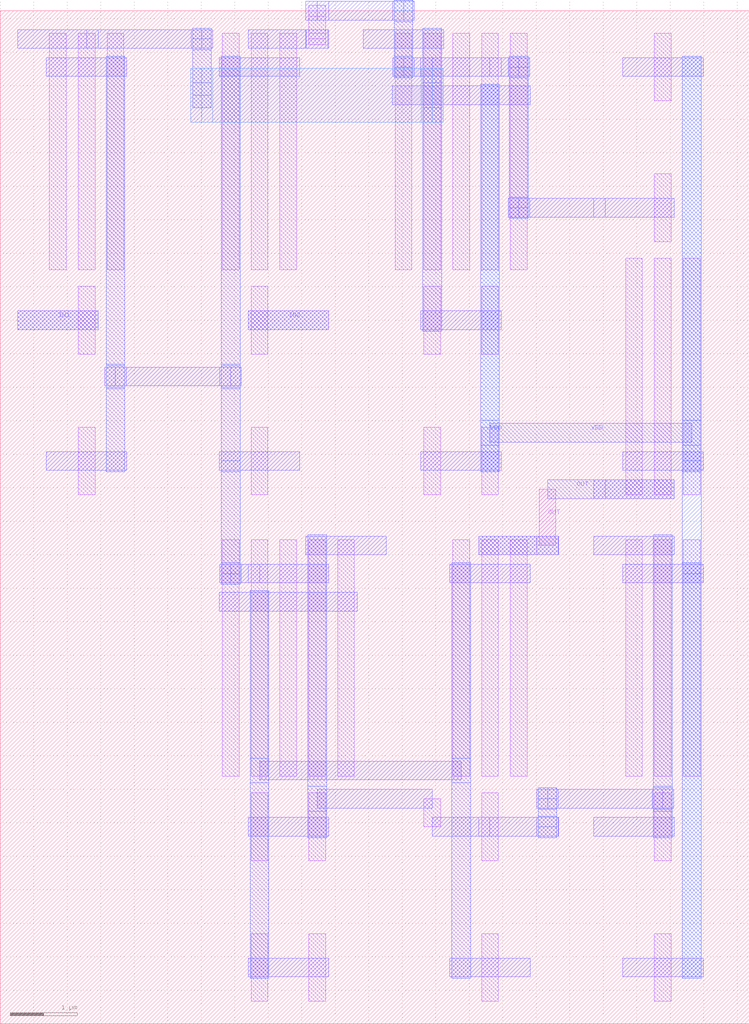
<source format=lef>
MACRO one_Bit_ADC
  ORIGIN 0 0 ;
  FOREIGN one_Bit_ADC 0 0 ;
  SIZE 11.18 BY 15.12 ;
  PIN OUT
    DIRECTION INOUT ;
    USE SIGNAL ;
    PORT 
      LAYER M2 ;
        RECT 7.14 7 8.34 7.28 ;
      LAYER M2 ;
        RECT 8.86 7.84 10.06 8.12 ;
      LAYER M2 ;
        RECT 8.01 7 8.33 7.28 ;
      LAYER M1 ;
        RECT 8.045 7.14 8.295 7.98 ;
      LAYER M2 ;
        RECT 8.17 7.84 9.03 8.12 ;
    END
  END OUT
  PIN VDD
    DIRECTION INOUT ;
    USE SIGNAL ;
    PORT 
      LAYER M3 ;
        RECT 10.18 0.68 10.46 6.88 ;
      LAYER M3 ;
        RECT 10.18 8.24 10.46 14.44 ;
      LAYER M3 ;
        RECT 7.17 8.24 7.45 14.02 ;
      LAYER M3 ;
        RECT 10.18 6.72 10.46 8.4 ;
      LAYER M3 ;
        RECT 10.18 8.635 10.46 9.005 ;
      LAYER M2 ;
        RECT 7.31 8.68 10.32 8.96 ;
      LAYER M3 ;
        RECT 7.17 8.635 7.45 9.005 ;
    END
  END VDD
  PIN IN1
    DIRECTION INOUT ;
    USE SIGNAL ;
    PORT 
      LAYER M2 ;
        RECT 0.26 10.36 1.46 10.64 ;
    END
  END IN1
  PIN IN2
    DIRECTION INOUT ;
    USE SIGNAL ;
    PORT 
      LAYER M2 ;
        RECT 3.7 10.36 4.9 10.64 ;
    END
  END IN2
  OBS 
  LAYER M3 ;
        RECT 4.59 2.78 4.87 7.3 ;
  LAYER M2 ;
        RECT 7.14 2.8 8.34 3.08 ;
  LAYER M3 ;
        RECT 4.59 3.175 4.87 3.545 ;
  LAYER M2 ;
        RECT 4.73 3.22 6.45 3.5 ;
  LAYER M1 ;
        RECT 6.325 2.94 6.575 3.36 ;
  LAYER M2 ;
        RECT 6.45 2.8 7.31 3.08 ;
  LAYER M3 ;
        RECT 9.75 2.78 10.03 7.3 ;
  LAYER M2 ;
        RECT 8.01 2.8 8.33 3.08 ;
  LAYER M3 ;
        RECT 8.03 2.94 8.31 3.36 ;
  LAYER M2 ;
        RECT 8.17 3.22 9.89 3.5 ;
  LAYER M3 ;
        RECT 9.75 3.175 10.03 3.545 ;
  LAYER M2 ;
        RECT 8.01 2.8 8.33 3.08 ;
  LAYER M3 ;
        RECT 8.03 2.78 8.31 3.1 ;
  LAYER M2 ;
        RECT 8.01 3.22 8.33 3.5 ;
  LAYER M3 ;
        RECT 8.03 3.2 8.31 3.52 ;
  LAYER M2 ;
        RECT 9.73 3.22 10.05 3.5 ;
  LAYER M3 ;
        RECT 9.75 3.2 10.03 3.52 ;
  LAYER M2 ;
        RECT 8.01 2.8 8.33 3.08 ;
  LAYER M3 ;
        RECT 8.03 2.78 8.31 3.1 ;
  LAYER M2 ;
        RECT 8.01 3.22 8.33 3.5 ;
  LAYER M3 ;
        RECT 8.03 3.2 8.31 3.52 ;
  LAYER M2 ;
        RECT 9.73 3.22 10.05 3.5 ;
  LAYER M3 ;
        RECT 9.75 3.2 10.03 3.52 ;
  LAYER M2 ;
        RECT 3.7 6.58 4.9 6.86 ;
  LAYER M3 ;
        RECT 3.3 8.24 3.58 14.44 ;
  LAYER M3 ;
        RECT 1.58 8.24 1.86 14.44 ;
  LAYER M2 ;
        RECT 3.44 6.58 3.87 6.86 ;
  LAYER M3 ;
        RECT 3.3 6.72 3.58 8.4 ;
  LAYER M3 ;
        RECT 3.3 9.475 3.58 9.845 ;
  LAYER M2 ;
        RECT 1.72 9.52 3.44 9.8 ;
  LAYER M3 ;
        RECT 1.58 9.475 1.86 9.845 ;
  LAYER M2 ;
        RECT 3.28 6.58 3.6 6.86 ;
  LAYER M3 ;
        RECT 3.3 6.56 3.58 6.88 ;
  LAYER M2 ;
        RECT 3.28 6.58 3.6 6.86 ;
  LAYER M3 ;
        RECT 3.3 6.56 3.58 6.88 ;
  LAYER M2 ;
        RECT 1.56 9.52 1.88 9.8 ;
  LAYER M3 ;
        RECT 1.58 9.5 1.86 9.82 ;
  LAYER M2 ;
        RECT 3.28 6.58 3.6 6.86 ;
  LAYER M3 ;
        RECT 3.3 6.56 3.58 6.88 ;
  LAYER M2 ;
        RECT 3.28 9.52 3.6 9.8 ;
  LAYER M3 ;
        RECT 3.3 9.5 3.58 9.82 ;
  LAYER M2 ;
        RECT 1.56 9.52 1.88 9.8 ;
  LAYER M3 ;
        RECT 1.58 9.5 1.86 9.82 ;
  LAYER M2 ;
        RECT 3.28 6.58 3.6 6.86 ;
  LAYER M3 ;
        RECT 3.3 6.56 3.58 6.88 ;
  LAYER M2 ;
        RECT 3.28 9.52 3.6 9.8 ;
  LAYER M3 ;
        RECT 3.3 9.5 3.58 9.82 ;
  LAYER M3 ;
        RECT 3.73 0.68 4.01 6.46 ;
  LAYER M3 ;
        RECT 6.74 0.68 7.02 6.88 ;
  LAYER M3 ;
        RECT 3.73 3.595 4.01 3.965 ;
  LAYER M2 ;
        RECT 3.87 3.64 6.88 3.92 ;
  LAYER M3 ;
        RECT 6.74 3.595 7.02 3.965 ;
  LAYER M2 ;
        RECT 0.26 14.56 1.46 14.84 ;
  LAYER M3 ;
        RECT 6.31 10.34 6.59 14.86 ;
  LAYER M2 ;
        RECT 1.29 14.56 3.01 14.84 ;
  LAYER M3 ;
        RECT 2.87 13.86 3.15 14.7 ;
  LAYER M4 ;
        RECT 3.01 13.46 6.45 14.26 ;
  LAYER M3 ;
        RECT 6.31 13.675 6.59 14.045 ;
  LAYER M2 ;
        RECT 2.85 14.56 3.17 14.84 ;
  LAYER M3 ;
        RECT 2.87 14.54 3.15 14.86 ;
  LAYER M3 ;
        RECT 2.87 13.675 3.15 14.045 ;
  LAYER M4 ;
        RECT 2.845 13.46 3.175 14.26 ;
  LAYER M3 ;
        RECT 6.31 13.675 6.59 14.045 ;
  LAYER M4 ;
        RECT 6.285 13.46 6.615 14.26 ;
  LAYER M2 ;
        RECT 2.85 14.56 3.17 14.84 ;
  LAYER M3 ;
        RECT 2.87 14.54 3.15 14.86 ;
  LAYER M3 ;
        RECT 2.87 13.675 3.15 14.045 ;
  LAYER M4 ;
        RECT 2.845 13.46 3.175 14.26 ;
  LAYER M3 ;
        RECT 6.31 13.675 6.59 14.045 ;
  LAYER M4 ;
        RECT 6.285 13.46 6.615 14.26 ;
  LAYER M2 ;
        RECT 3.7 14.56 4.9 14.84 ;
  LAYER M2 ;
        RECT 6.28 14.14 7.48 14.42 ;
  LAYER M2 ;
        RECT 8.86 12.04 10.06 12.32 ;
  LAYER M2 ;
        RECT 4.57 14.56 4.89 14.84 ;
  LAYER M1 ;
        RECT 4.605 14.7 4.855 15.12 ;
  LAYER M2 ;
        RECT 4.73 14.98 6.02 15.26 ;
  LAYER M3 ;
        RECT 5.88 14.28 6.16 15.12 ;
  LAYER M2 ;
        RECT 6.02 14.14 6.45 14.42 ;
  LAYER M2 ;
        RECT 7.31 14.14 7.74 14.42 ;
  LAYER M3 ;
        RECT 7.6 12.18 7.88 14.28 ;
  LAYER M2 ;
        RECT 7.74 12.04 9.03 12.32 ;
  LAYER M1 ;
        RECT 4.605 14.615 4.855 14.785 ;
  LAYER M2 ;
        RECT 4.56 14.56 4.9 14.84 ;
  LAYER M1 ;
        RECT 4.605 15.035 4.855 15.205 ;
  LAYER M2 ;
        RECT 4.56 14.98 4.9 15.26 ;
  LAYER M2 ;
        RECT 5.86 14.14 6.18 14.42 ;
  LAYER M3 ;
        RECT 5.88 14.12 6.16 14.44 ;
  LAYER M2 ;
        RECT 5.86 14.98 6.18 15.26 ;
  LAYER M3 ;
        RECT 5.88 14.96 6.16 15.28 ;
  LAYER M1 ;
        RECT 4.605 14.615 4.855 14.785 ;
  LAYER M2 ;
        RECT 4.56 14.56 4.9 14.84 ;
  LAYER M1 ;
        RECT 4.605 15.035 4.855 15.205 ;
  LAYER M2 ;
        RECT 4.56 14.98 4.9 15.26 ;
  LAYER M2 ;
        RECT 5.86 14.14 6.18 14.42 ;
  LAYER M3 ;
        RECT 5.88 14.12 6.16 14.44 ;
  LAYER M2 ;
        RECT 5.86 14.98 6.18 15.26 ;
  LAYER M3 ;
        RECT 5.88 14.96 6.16 15.28 ;
  LAYER M1 ;
        RECT 4.605 14.615 4.855 14.785 ;
  LAYER M2 ;
        RECT 4.56 14.56 4.9 14.84 ;
  LAYER M1 ;
        RECT 4.605 15.035 4.855 15.205 ;
  LAYER M2 ;
        RECT 4.56 14.98 4.9 15.26 ;
  LAYER M2 ;
        RECT 5.86 14.14 6.18 14.42 ;
  LAYER M3 ;
        RECT 5.88 14.12 6.16 14.44 ;
  LAYER M2 ;
        RECT 5.86 14.98 6.18 15.26 ;
  LAYER M3 ;
        RECT 5.88 14.96 6.16 15.28 ;
  LAYER M2 ;
        RECT 7.58 12.04 7.9 12.32 ;
  LAYER M3 ;
        RECT 7.6 12.02 7.88 12.34 ;
  LAYER M2 ;
        RECT 7.58 14.14 7.9 14.42 ;
  LAYER M3 ;
        RECT 7.6 14.12 7.88 14.44 ;
  LAYER M1 ;
        RECT 4.605 14.615 4.855 14.785 ;
  LAYER M2 ;
        RECT 4.56 14.56 4.9 14.84 ;
  LAYER M1 ;
        RECT 4.605 15.035 4.855 15.205 ;
  LAYER M2 ;
        RECT 4.56 14.98 4.9 15.26 ;
  LAYER M2 ;
        RECT 5.86 14.14 6.18 14.42 ;
  LAYER M3 ;
        RECT 5.88 14.12 6.16 14.44 ;
  LAYER M2 ;
        RECT 5.86 14.98 6.18 15.26 ;
  LAYER M3 ;
        RECT 5.88 14.96 6.16 15.28 ;
  LAYER M2 ;
        RECT 7.58 12.04 7.9 12.32 ;
  LAYER M3 ;
        RECT 7.6 12.02 7.88 12.34 ;
  LAYER M2 ;
        RECT 7.58 14.14 7.9 14.42 ;
  LAYER M3 ;
        RECT 7.6 14.12 7.88 14.44 ;
  LAYER M1 ;
        RECT 4.605 3.695 4.855 7.225 ;
  LAYER M1 ;
        RECT 4.605 2.435 4.855 3.445 ;
  LAYER M1 ;
        RECT 4.605 0.335 4.855 1.345 ;
  LAYER M1 ;
        RECT 5.035 3.695 5.285 7.225 ;
  LAYER M1 ;
        RECT 4.175 3.695 4.425 7.225 ;
  LAYER M1 ;
        RECT 3.745 3.695 3.995 7.225 ;
  LAYER M1 ;
        RECT 3.745 2.435 3.995 3.445 ;
  LAYER M1 ;
        RECT 3.745 0.335 3.995 1.345 ;
  LAYER M1 ;
        RECT 3.315 3.695 3.565 7.225 ;
  LAYER M2 ;
        RECT 3.7 2.8 4.9 3.08 ;
  LAYER M2 ;
        RECT 4.56 7 5.76 7.28 ;
  LAYER M2 ;
        RECT 3.27 6.16 5.33 6.44 ;
  LAYER M2 ;
        RECT 3.7 0.7 4.9 0.98 ;
  LAYER M3 ;
        RECT 4.59 2.78 4.87 7.3 ;
  LAYER M2 ;
        RECT 3.7 6.58 4.9 6.86 ;
  LAYER M3 ;
        RECT 3.73 0.68 4.01 6.46 ;
  LAYER M1 ;
        RECT 7.185 3.695 7.435 7.225 ;
  LAYER M1 ;
        RECT 7.185 2.435 7.435 3.445 ;
  LAYER M1 ;
        RECT 7.185 0.335 7.435 1.345 ;
  LAYER M1 ;
        RECT 7.615 3.695 7.865 7.225 ;
  LAYER M1 ;
        RECT 6.755 3.695 7.005 7.225 ;
  LAYER M2 ;
        RECT 6.71 6.58 7.91 6.86 ;
  LAYER M2 ;
        RECT 6.71 0.7 7.91 0.98 ;
  LAYER M2 ;
        RECT 7.14 7 8.34 7.28 ;
  LAYER M2 ;
        RECT 7.14 2.8 8.34 3.08 ;
  LAYER M3 ;
        RECT 6.74 0.68 7.02 6.88 ;
  LAYER M1 ;
        RECT 6.325 11.255 6.575 14.785 ;
  LAYER M1 ;
        RECT 6.325 9.995 6.575 11.005 ;
  LAYER M1 ;
        RECT 6.325 7.895 6.575 8.905 ;
  LAYER M1 ;
        RECT 5.895 11.255 6.145 14.785 ;
  LAYER M1 ;
        RECT 6.755 11.255 7.005 14.785 ;
  LAYER M1 ;
        RECT 7.185 11.255 7.435 14.785 ;
  LAYER M1 ;
        RECT 7.185 9.995 7.435 11.005 ;
  LAYER M1 ;
        RECT 7.185 7.895 7.435 8.905 ;
  LAYER M1 ;
        RECT 7.615 11.255 7.865 14.785 ;
  LAYER M2 ;
        RECT 6.28 10.36 7.48 10.64 ;
  LAYER M2 ;
        RECT 5.42 14.56 6.62 14.84 ;
  LAYER M2 ;
        RECT 5.85 13.72 7.91 14 ;
  LAYER M2 ;
        RECT 6.28 8.26 7.48 8.54 ;
  LAYER M3 ;
        RECT 6.31 10.34 6.59 14.86 ;
  LAYER M2 ;
        RECT 6.28 14.14 7.48 14.42 ;
  LAYER M3 ;
        RECT 7.17 8.24 7.45 14.02 ;
  LAYER M1 ;
        RECT 9.765 3.695 10.015 7.225 ;
  LAYER M1 ;
        RECT 9.765 2.435 10.015 3.445 ;
  LAYER M1 ;
        RECT 9.765 0.335 10.015 1.345 ;
  LAYER M1 ;
        RECT 9.335 3.695 9.585 7.225 ;
  LAYER M1 ;
        RECT 10.195 3.695 10.445 7.225 ;
  LAYER M2 ;
        RECT 8.86 2.8 10.06 3.08 ;
  LAYER M2 ;
        RECT 8.86 7 10.06 7.28 ;
  LAYER M2 ;
        RECT 9.29 6.58 10.49 6.86 ;
  LAYER M2 ;
        RECT 9.29 0.7 10.49 0.98 ;
  LAYER M3 ;
        RECT 9.75 2.78 10.03 7.3 ;
  LAYER M3 ;
        RECT 10.18 0.68 10.46 6.88 ;
  LAYER M1 ;
        RECT 1.165 11.255 1.415 14.785 ;
  LAYER M1 ;
        RECT 1.165 9.995 1.415 11.005 ;
  LAYER M1 ;
        RECT 1.165 7.895 1.415 8.905 ;
  LAYER M1 ;
        RECT 0.735 11.255 0.985 14.785 ;
  LAYER M1 ;
        RECT 1.595 11.255 1.845 14.785 ;
  LAYER M2 ;
        RECT 0.69 14.14 1.89 14.42 ;
  LAYER M2 ;
        RECT 0.69 8.26 1.89 8.54 ;
  LAYER M2 ;
        RECT 0.26 14.56 1.46 14.84 ;
  LAYER M2 ;
        RECT 0.26 10.36 1.46 10.64 ;
  LAYER M3 ;
        RECT 1.58 8.24 1.86 14.44 ;
  LAYER M1 ;
        RECT 3.745 11.255 3.995 14.785 ;
  LAYER M1 ;
        RECT 3.745 9.995 3.995 11.005 ;
  LAYER M1 ;
        RECT 3.745 7.895 3.995 8.905 ;
  LAYER M1 ;
        RECT 4.175 11.255 4.425 14.785 ;
  LAYER M1 ;
        RECT 3.315 11.255 3.565 14.785 ;
  LAYER M2 ;
        RECT 3.27 14.14 4.47 14.42 ;
  LAYER M2 ;
        RECT 3.27 8.26 4.47 8.54 ;
  LAYER M2 ;
        RECT 3.7 14.56 4.9 14.84 ;
  LAYER M2 ;
        RECT 3.7 10.36 4.9 10.64 ;
  LAYER M3 ;
        RECT 3.3 8.24 3.58 14.44 ;
  LAYER M1 ;
        RECT 9.765 7.895 10.015 11.425 ;
  LAYER M1 ;
        RECT 9.765 11.675 10.015 12.685 ;
  LAYER M1 ;
        RECT 9.765 13.775 10.015 14.785 ;
  LAYER M1 ;
        RECT 9.335 7.895 9.585 11.425 ;
  LAYER M1 ;
        RECT 10.195 7.895 10.445 11.425 ;
  LAYER M2 ;
        RECT 9.29 8.26 10.49 8.54 ;
  LAYER M2 ;
        RECT 9.29 14.14 10.49 14.42 ;
  LAYER M2 ;
        RECT 8.86 7.84 10.06 8.12 ;
  LAYER M2 ;
        RECT 8.86 12.04 10.06 12.32 ;
  LAYER M3 ;
        RECT 10.18 8.24 10.46 14.44 ;
  END 
END one_Bit_ADC

</source>
